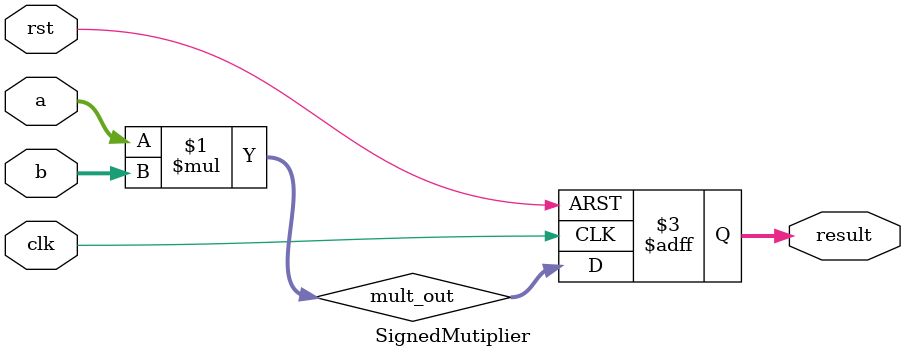
<source format=v>
module SignedMutiplier #(
	parameter A_W = 8,
	parameter B_W = 8,
	parameter R_W = 16,		      // 如果要cut，注意这里
	parameter CUT_SIGNED_BIT = 0  // 截去的高位个数；=1时，截去1bit符号位；
								  // 此时a和b不能同时为最大负值，否则会出错
)(
	input  wire clk,
	input  wire rst,
	input  wire signed [A_W-1:0] a,
	input  wire signed [B_W-1:0] b,
	output reg  signed [R_W-1:0] result
);

wire signed [A_W+B_W-1:0] mult_out;
assign mult_out = a * b;

always @(posedge clk or posedge rst) begin
	if (rst) begin
		result <= {R_W{1'b0}};
	end
	else begin
		result <= mult_out[(A_W+B_W-1-CUT_SIGNED_BIT) -: R_W];
	end
end

endmodule

</source>
